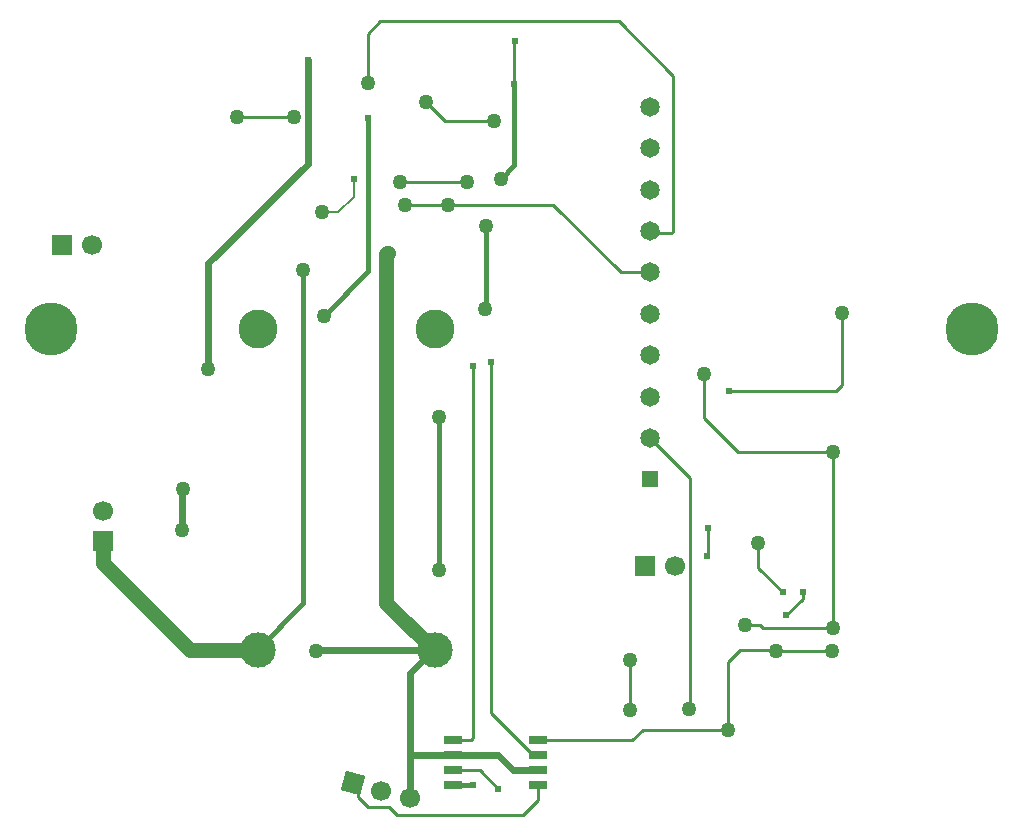
<source format=gtl>
G04*
G04 #@! TF.GenerationSoftware,Altium Limited,Altium Designer,21.4.1 (30)*
G04*
G04 Layer_Physical_Order=1*
G04 Layer_Color=255*
%FSLAX25Y25*%
%MOIN*%
G70*
G04*
G04 #@! TF.SameCoordinates,7338878B-8FB9-4C21-9998-F4A3E03E6E83*
G04*
G04*
G04 #@! TF.FilePolarity,Positive*
G04*
G01*
G75*
%ADD12R,0.05906X0.02992*%
%ADD25C,0.01000*%
%ADD26C,0.02400*%
%ADD27C,0.02300*%
%ADD28C,0.01500*%
%ADD29C,0.05000*%
%ADD30C,0.00800*%
%ADD31C,0.17717*%
%ADD32C,0.12992*%
%ADD33C,0.11811*%
%ADD34C,0.06693*%
%ADD35R,0.06693X0.06693*%
%ADD36R,0.05512X0.05512*%
%ADD37C,0.06496*%
%ADD38P,0.09465X4X390.0*%
%ADD39R,0.06693X0.06693*%
%ADD40C,0.05000*%
%ADD41C,0.02400*%
D12*
X8706Y-137100D02*
D03*
Y-142100D02*
D03*
Y-147100D02*
D03*
Y-152100D02*
D03*
X-19443D02*
D03*
Y-147100D02*
D03*
Y-142100D02*
D03*
Y-137100D02*
D03*
D25*
X64000Y-29500D02*
X75600Y-41100D01*
X64000Y-29500D02*
Y-14900D01*
X75600Y-41100D02*
X107100D01*
X110000Y5400D02*
X110100Y5300D01*
Y-18500D02*
Y5300D01*
X108100Y-20500D02*
X110100Y-18500D01*
X72500Y-20500D02*
X108100D01*
X-21200Y41400D02*
X13900D01*
X36402Y18898D01*
X-21300Y41300D02*
X-21200Y41400D01*
X35800Y102600D02*
X53900Y84500D01*
Y32686D02*
Y84500D01*
X46000Y32677D02*
X46577Y32100D01*
X53314D01*
X53900Y32686D01*
X-43800Y102600D02*
X35800D01*
X-47900Y82200D02*
Y98500D01*
X-43800Y102600D01*
X-13400Y-137100D02*
X-12700Y-136400D01*
Y-12300D01*
X-19443Y-137100D02*
X-13400D01*
X-6900Y-128064D02*
X5132Y-140096D01*
X-6900Y-128064D02*
Y-11000D01*
X7250Y-142100D02*
X8706D01*
X5246Y-140096D02*
X7250Y-142100D01*
X5132Y-140096D02*
X5246D01*
X-91500Y70600D02*
X-72650D01*
X-14900Y49000D02*
X-14800Y49100D01*
X-37300Y49000D02*
X-14900D01*
X-35500Y41300D02*
X-21300D01*
X36402Y18898D02*
X46000D01*
X8706Y-156794D02*
Y-152100D01*
X3700Y-161800D02*
X8706Y-156794D01*
X-38300Y-161800D02*
X3700D01*
X-47900Y-159300D02*
X-40800D01*
X-38300Y-161800D01*
X-51204Y-155996D02*
X-47900Y-159300D01*
X-53018Y-151224D02*
X-51204Y-153038D01*
Y-155996D02*
Y-153038D01*
X65600Y-75200D02*
Y-66300D01*
X65300Y-75500D02*
X65600Y-75200D01*
X59346Y-126453D02*
Y-49567D01*
X59300Y-126500D02*
X59346Y-126453D01*
X46000Y-36220D02*
X59346Y-49567D01*
X43700Y-133500D02*
X72200D01*
X40100Y-137100D02*
X43700Y-133500D01*
X72200D02*
Y-111100D01*
X82300Y-79600D02*
Y-71300D01*
Y-79600D02*
X90400Y-87700D01*
X950Y81850D02*
Y96150D01*
X900Y81800D02*
X950Y81850D01*
Y96150D02*
X1000Y96200D01*
X-28500Y75600D02*
X-22300Y69400D01*
X-6000D01*
X91600Y-95400D02*
X97000Y-90000D01*
Y-87700D01*
X83800Y-99600D02*
X107100D01*
X82800Y-98600D02*
X83800Y-99600D01*
X77700Y-98600D02*
X82800D01*
X107100Y-99600D02*
Y-41100D01*
X106750Y-107250D02*
X106800Y-107200D01*
X88200Y-107300D02*
X88250Y-107250D01*
X88000Y-107100D02*
X88200Y-107300D01*
X88250Y-107250D02*
X106750D01*
X-10600Y-147100D02*
X-4500Y-153200D01*
X-19443Y-147100D02*
X-10600D01*
X39314Y-126714D02*
Y-125886D01*
X39400Y-125800D01*
X39314Y-126714D02*
X39400Y-126800D01*
Y-125800D02*
Y-110300D01*
X76200Y-107100D02*
X88000D01*
X72200Y-111100D02*
X76200Y-107100D01*
X8706Y-137100D02*
X40100D01*
D26*
X-26142Y-107045D02*
X-25987Y-106890D01*
X-65045Y-107045D02*
X-26142D01*
X-65200Y-107200D02*
X-65045Y-107045D01*
D27*
X-33700Y-114603D02*
X-26500Y-107403D01*
X-33700Y-142100D02*
X-33700Y-142100D01*
X-19443D01*
X-68000Y55000D02*
Y89600D01*
X-101100Y21900D02*
X-68000Y55000D01*
X-101100Y-13300D02*
Y21900D01*
X-109800Y-66800D02*
Y-53600D01*
X-110000Y-67000D02*
X-109800Y-66800D01*
Y-53600D02*
X-109600Y-53400D01*
X-19443Y-142100D02*
X-4400D01*
X600Y-147100D02*
X8706D01*
X-4400Y-142100D02*
X600Y-147100D01*
X-33700Y-142100D02*
Y-114603D01*
Y-156400D02*
Y-142100D01*
D28*
X-24300Y-80400D02*
Y-29400D01*
X-19343Y-152000D02*
X-12900D01*
X-19443Y-152100D02*
X-19343Y-152000D01*
X-12900D02*
X-12800Y-151900D01*
X-8600Y6800D02*
Y34300D01*
X-8800Y6600D02*
X-8600Y6800D01*
Y34300D02*
X-8400Y34500D01*
X-3600Y50100D02*
X900Y54600D01*
Y81800D01*
X-69500Y-91387D02*
Y19800D01*
X-85003Y-106890D02*
X-69500Y-91387D01*
X-47700Y19400D02*
Y70500D01*
X-62600Y4500D02*
X-47700Y19400D01*
D29*
X-136100Y-77900D02*
X-107110Y-106890D01*
X-85003D01*
X-136100Y-77900D02*
Y-70500D01*
X-41700Y-91177D02*
Y25200D01*
X-41341Y25559D01*
X-41700Y-91177D02*
X-25987Y-106890D01*
D30*
X-57700Y38900D02*
X-52400Y44200D01*
Y50200D01*
X-63350Y38900D02*
X-57700D01*
D31*
X-153543Y0D02*
D03*
X153543D02*
D03*
D32*
X-25548Y118D02*
D03*
X-84564D02*
D03*
D33*
X-25548Y-106890D02*
D03*
X-84564D02*
D03*
D34*
X-139900Y28200D02*
D03*
X-43359Y-153812D02*
D03*
X-33700Y-156400D02*
D03*
X54500Y-78900D02*
D03*
X-136100Y-60500D02*
D03*
D35*
X-149900Y28200D02*
D03*
X44500Y-78900D02*
D03*
D36*
X46000Y-50000D02*
D03*
D37*
Y-36220D02*
D03*
Y-22441D02*
D03*
Y-8661D02*
D03*
Y5118D02*
D03*
Y18898D02*
D03*
Y32677D02*
D03*
Y46457D02*
D03*
Y60236D02*
D03*
Y74016D02*
D03*
D38*
X-53018Y-151224D02*
D03*
D39*
X-136100Y-70500D02*
D03*
D40*
X64000Y-14900D02*
D03*
X110000Y5400D02*
D03*
X-65200Y-107200D02*
D03*
X-24300Y-80400D02*
D03*
Y-29400D02*
D03*
X-8400Y34500D02*
D03*
X-3600Y50100D02*
D03*
X-8800Y6600D02*
D03*
X-47900Y82200D02*
D03*
X-69500Y19800D02*
D03*
X-72650Y70600D02*
D03*
X-62600Y4500D02*
D03*
X-37300Y49000D02*
D03*
X-35500Y41300D02*
D03*
X-110000Y-67000D02*
D03*
X-109600Y-53400D02*
D03*
X-101100Y-13300D02*
D03*
X-63350Y38900D02*
D03*
X59300Y-126500D02*
D03*
X82300Y-71300D02*
D03*
X107100Y-41100D02*
D03*
X-21200Y41400D02*
D03*
X-14800Y49100D02*
D03*
X-6000Y69400D02*
D03*
X-28500Y75600D02*
D03*
X-91500Y70600D02*
D03*
X-41341Y25559D02*
D03*
X106800Y-107200D02*
D03*
X107100Y-99600D02*
D03*
X77700Y-98600D02*
D03*
X39400Y-126800D02*
D03*
Y-110300D02*
D03*
X72200Y-133500D02*
D03*
X88200Y-107300D02*
D03*
D41*
X72500Y-20500D02*
D03*
X-12800Y-151900D02*
D03*
X-12700Y-12300D02*
D03*
X-6900Y-11000D02*
D03*
X-47700Y70500D02*
D03*
X-52400Y50200D02*
D03*
X-68000Y89600D02*
D03*
X65300Y-75500D02*
D03*
X65600Y-66300D02*
D03*
X1000Y96200D02*
D03*
X900Y81800D02*
D03*
X90400Y-87700D02*
D03*
X97000D02*
D03*
X91600Y-95400D02*
D03*
X-4500Y-153200D02*
D03*
M02*

</source>
